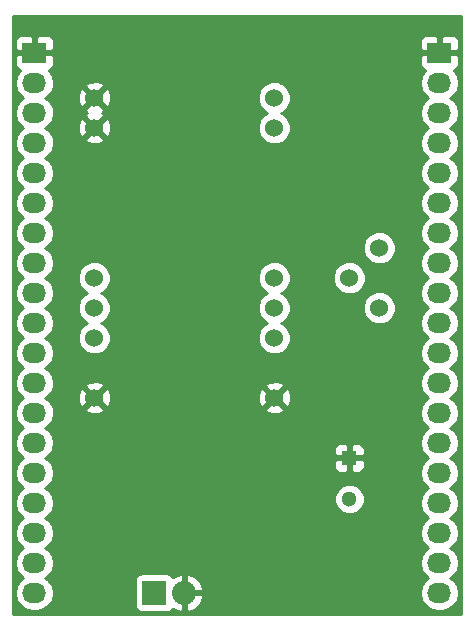
<source format=gbr>
G04 #@! TF.FileFunction,Copper,L2,Bot,Signal*
%FSLAX46Y46*%
G04 Gerber Fmt 4.6, Leading zero omitted, Abs format (unit mm)*
G04 Created by KiCad (PCBNEW 4.0.3+e1-6302~38~ubuntu16.04.1-stable) date Fri Aug 26 16:59:27 2016*
%MOMM*%
%LPD*%
G01*
G04 APERTURE LIST*
%ADD10C,0.100000*%
%ADD11R,2.032000X2.032000*%
%ADD12O,2.032000X2.032000*%
%ADD13C,1.524000*%
%ADD14R,2.032000X1.727200*%
%ADD15O,2.032000X1.727200*%
%ADD16C,1.300000*%
%ADD17R,1.300000X1.300000*%
%ADD18C,0.254000*%
G04 APERTURE END LIST*
D10*
D11*
X69850000Y-100330000D03*
D12*
X72390000Y-100330000D03*
D13*
X86360000Y-73660000D03*
X88900000Y-71120000D03*
X88900000Y-76200000D03*
X64770000Y-58420000D03*
X64770000Y-60960000D03*
X64770000Y-73660000D03*
X64770000Y-76200000D03*
X64770000Y-78740000D03*
X64770000Y-83820000D03*
X80010000Y-83820000D03*
X80010000Y-78740000D03*
X80010000Y-76200000D03*
X80010000Y-73660000D03*
X80010000Y-60960000D03*
X80010000Y-58420000D03*
D14*
X59690000Y-54610000D03*
D15*
X59690000Y-57150000D03*
X59690000Y-59690000D03*
X59690000Y-62230000D03*
X59690000Y-64770000D03*
X59690000Y-67310000D03*
X59690000Y-69850000D03*
X59690000Y-72390000D03*
X59690000Y-74930000D03*
X59690000Y-77470000D03*
X59690000Y-80010000D03*
X59690000Y-82550000D03*
X59690000Y-85090000D03*
X59690000Y-87630000D03*
X59690000Y-90170000D03*
X59690000Y-92710000D03*
X59690000Y-95250000D03*
X59690000Y-97790000D03*
X59690000Y-100330000D03*
D14*
X93980000Y-54610000D03*
D15*
X93980000Y-57150000D03*
X93980000Y-59690000D03*
X93980000Y-62230000D03*
X93980000Y-64770000D03*
X93980000Y-67310000D03*
X93980000Y-69850000D03*
X93980000Y-72390000D03*
X93980000Y-74930000D03*
X93980000Y-77470000D03*
X93980000Y-80010000D03*
X93980000Y-82550000D03*
X93980000Y-85090000D03*
X93980000Y-87630000D03*
X93980000Y-90170000D03*
X93980000Y-92710000D03*
X93980000Y-95250000D03*
X93980000Y-97790000D03*
X93980000Y-100330000D03*
D16*
X86360000Y-92400000D03*
D17*
X86360000Y-88900000D03*
D18*
G36*
X95810000Y-102160000D02*
X57860000Y-102160000D01*
X57860000Y-57150000D01*
X58006655Y-57150000D01*
X58120729Y-57723489D01*
X58445585Y-58209670D01*
X58760366Y-58420000D01*
X58445585Y-58630330D01*
X58120729Y-59116511D01*
X58006655Y-59690000D01*
X58120729Y-60263489D01*
X58445585Y-60749670D01*
X58760366Y-60960000D01*
X58445585Y-61170330D01*
X58120729Y-61656511D01*
X58006655Y-62230000D01*
X58120729Y-62803489D01*
X58445585Y-63289670D01*
X58760366Y-63500000D01*
X58445585Y-63710330D01*
X58120729Y-64196511D01*
X58006655Y-64770000D01*
X58120729Y-65343489D01*
X58445585Y-65829670D01*
X58760366Y-66040000D01*
X58445585Y-66250330D01*
X58120729Y-66736511D01*
X58006655Y-67310000D01*
X58120729Y-67883489D01*
X58445585Y-68369670D01*
X58760366Y-68580000D01*
X58445585Y-68790330D01*
X58120729Y-69276511D01*
X58006655Y-69850000D01*
X58120729Y-70423489D01*
X58445585Y-70909670D01*
X58760366Y-71120000D01*
X58445585Y-71330330D01*
X58120729Y-71816511D01*
X58006655Y-72390000D01*
X58120729Y-72963489D01*
X58445585Y-73449670D01*
X58760366Y-73660000D01*
X58445585Y-73870330D01*
X58120729Y-74356511D01*
X58006655Y-74930000D01*
X58120729Y-75503489D01*
X58445585Y-75989670D01*
X58760366Y-76200000D01*
X58445585Y-76410330D01*
X58120729Y-76896511D01*
X58006655Y-77470000D01*
X58120729Y-78043489D01*
X58445585Y-78529670D01*
X58760366Y-78740000D01*
X58445585Y-78950330D01*
X58120729Y-79436511D01*
X58006655Y-80010000D01*
X58120729Y-80583489D01*
X58445585Y-81069670D01*
X58760366Y-81280000D01*
X58445585Y-81490330D01*
X58120729Y-81976511D01*
X58006655Y-82550000D01*
X58120729Y-83123489D01*
X58445585Y-83609670D01*
X58760366Y-83820000D01*
X58445585Y-84030330D01*
X58120729Y-84516511D01*
X58006655Y-85090000D01*
X58120729Y-85663489D01*
X58445585Y-86149670D01*
X58760366Y-86360000D01*
X58445585Y-86570330D01*
X58120729Y-87056511D01*
X58006655Y-87630000D01*
X58120729Y-88203489D01*
X58445585Y-88689670D01*
X58760366Y-88900000D01*
X58445585Y-89110330D01*
X58120729Y-89596511D01*
X58006655Y-90170000D01*
X58120729Y-90743489D01*
X58445585Y-91229670D01*
X58760366Y-91440000D01*
X58445585Y-91650330D01*
X58120729Y-92136511D01*
X58006655Y-92710000D01*
X58120729Y-93283489D01*
X58445585Y-93769670D01*
X58760366Y-93980000D01*
X58445585Y-94190330D01*
X58120729Y-94676511D01*
X58006655Y-95250000D01*
X58120729Y-95823489D01*
X58445585Y-96309670D01*
X58760366Y-96520000D01*
X58445585Y-96730330D01*
X58120729Y-97216511D01*
X58006655Y-97790000D01*
X58120729Y-98363489D01*
X58445585Y-98849670D01*
X58760366Y-99060000D01*
X58445585Y-99270330D01*
X58120729Y-99756511D01*
X58006655Y-100330000D01*
X58120729Y-100903489D01*
X58445585Y-101389670D01*
X58931766Y-101714526D01*
X59505255Y-101828600D01*
X59874745Y-101828600D01*
X60448234Y-101714526D01*
X60934415Y-101389670D01*
X61259271Y-100903489D01*
X61373345Y-100330000D01*
X61259271Y-99756511D01*
X60963595Y-99314000D01*
X68186560Y-99314000D01*
X68186560Y-101346000D01*
X68230838Y-101581317D01*
X68369910Y-101797441D01*
X68582110Y-101942431D01*
X68834000Y-101993440D01*
X70866000Y-101993440D01*
X71101317Y-101949162D01*
X71317441Y-101810090D01*
X71417856Y-101663128D01*
X71421621Y-101667188D01*
X72007054Y-101935983D01*
X72263000Y-101817367D01*
X72263000Y-100457000D01*
X72517000Y-100457000D01*
X72517000Y-101817367D01*
X72772946Y-101935983D01*
X73358379Y-101667188D01*
X73796385Y-101194818D01*
X73995975Y-100712944D01*
X73876836Y-100457000D01*
X72517000Y-100457000D01*
X72263000Y-100457000D01*
X72243000Y-100457000D01*
X72243000Y-100203000D01*
X72263000Y-100203000D01*
X72263000Y-98842633D01*
X72517000Y-98842633D01*
X72517000Y-100203000D01*
X73876836Y-100203000D01*
X73995975Y-99947056D01*
X73796385Y-99465182D01*
X73358379Y-98992812D01*
X72772946Y-98724017D01*
X72517000Y-98842633D01*
X72263000Y-98842633D01*
X72007054Y-98724017D01*
X71421621Y-98992812D01*
X71417066Y-98997724D01*
X71330090Y-98862559D01*
X71117890Y-98717569D01*
X70866000Y-98666560D01*
X68834000Y-98666560D01*
X68598683Y-98710838D01*
X68382559Y-98849910D01*
X68237569Y-99062110D01*
X68186560Y-99314000D01*
X60963595Y-99314000D01*
X60934415Y-99270330D01*
X60619634Y-99060000D01*
X60934415Y-98849670D01*
X61259271Y-98363489D01*
X61373345Y-97790000D01*
X61259271Y-97216511D01*
X60934415Y-96730330D01*
X60619634Y-96520000D01*
X60934415Y-96309670D01*
X61259271Y-95823489D01*
X61373345Y-95250000D01*
X61259271Y-94676511D01*
X60934415Y-94190330D01*
X60619634Y-93980000D01*
X60934415Y-93769670D01*
X61259271Y-93283489D01*
X61373345Y-92710000D01*
X61362302Y-92654481D01*
X85074777Y-92654481D01*
X85269995Y-93126943D01*
X85631155Y-93488735D01*
X86103276Y-93684777D01*
X86614481Y-93685223D01*
X87086943Y-93490005D01*
X87448735Y-93128845D01*
X87644777Y-92656724D01*
X87645223Y-92145519D01*
X87450005Y-91673057D01*
X87088845Y-91311265D01*
X86616724Y-91115223D01*
X86105519Y-91114777D01*
X85633057Y-91309995D01*
X85271265Y-91671155D01*
X85075223Y-92143276D01*
X85074777Y-92654481D01*
X61362302Y-92654481D01*
X61259271Y-92136511D01*
X60934415Y-91650330D01*
X60619634Y-91440000D01*
X60934415Y-91229670D01*
X61259271Y-90743489D01*
X61373345Y-90170000D01*
X61259271Y-89596511D01*
X60984810Y-89185750D01*
X85075000Y-89185750D01*
X85075000Y-89676309D01*
X85171673Y-89909698D01*
X85350301Y-90088327D01*
X85583690Y-90185000D01*
X86074250Y-90185000D01*
X86233000Y-90026250D01*
X86233000Y-89027000D01*
X86487000Y-89027000D01*
X86487000Y-90026250D01*
X86645750Y-90185000D01*
X87136310Y-90185000D01*
X87369699Y-90088327D01*
X87548327Y-89909698D01*
X87645000Y-89676309D01*
X87645000Y-89185750D01*
X87486250Y-89027000D01*
X86487000Y-89027000D01*
X86233000Y-89027000D01*
X85233750Y-89027000D01*
X85075000Y-89185750D01*
X60984810Y-89185750D01*
X60934415Y-89110330D01*
X60619634Y-88900000D01*
X60934415Y-88689670D01*
X61259271Y-88203489D01*
X61275143Y-88123691D01*
X85075000Y-88123691D01*
X85075000Y-88614250D01*
X85233750Y-88773000D01*
X86233000Y-88773000D01*
X86233000Y-87773750D01*
X86487000Y-87773750D01*
X86487000Y-88773000D01*
X87486250Y-88773000D01*
X87645000Y-88614250D01*
X87645000Y-88123691D01*
X87548327Y-87890302D01*
X87369699Y-87711673D01*
X87136310Y-87615000D01*
X86645750Y-87615000D01*
X86487000Y-87773750D01*
X86233000Y-87773750D01*
X86074250Y-87615000D01*
X85583690Y-87615000D01*
X85350301Y-87711673D01*
X85171673Y-87890302D01*
X85075000Y-88123691D01*
X61275143Y-88123691D01*
X61373345Y-87630000D01*
X61259271Y-87056511D01*
X60934415Y-86570330D01*
X60619634Y-86360000D01*
X60934415Y-86149670D01*
X61259271Y-85663489D01*
X61373345Y-85090000D01*
X61315703Y-84800213D01*
X63969392Y-84800213D01*
X64038857Y-85042397D01*
X64562302Y-85229144D01*
X65117368Y-85201362D01*
X65501143Y-85042397D01*
X65570608Y-84800213D01*
X79209392Y-84800213D01*
X79278857Y-85042397D01*
X79802302Y-85229144D01*
X80357368Y-85201362D01*
X80741143Y-85042397D01*
X80810608Y-84800213D01*
X80010000Y-83999605D01*
X79209392Y-84800213D01*
X65570608Y-84800213D01*
X64770000Y-83999605D01*
X63969392Y-84800213D01*
X61315703Y-84800213D01*
X61259271Y-84516511D01*
X60934415Y-84030330D01*
X60619634Y-83820000D01*
X60930475Y-83612302D01*
X63360856Y-83612302D01*
X63388638Y-84167368D01*
X63547603Y-84551143D01*
X63789787Y-84620608D01*
X64590395Y-83820000D01*
X64949605Y-83820000D01*
X65750213Y-84620608D01*
X65992397Y-84551143D01*
X66179144Y-84027698D01*
X66158353Y-83612302D01*
X78600856Y-83612302D01*
X78628638Y-84167368D01*
X78787603Y-84551143D01*
X79029787Y-84620608D01*
X79830395Y-83820000D01*
X80189605Y-83820000D01*
X80990213Y-84620608D01*
X81232397Y-84551143D01*
X81419144Y-84027698D01*
X81391362Y-83472632D01*
X81232397Y-83088857D01*
X80990213Y-83019392D01*
X80189605Y-83820000D01*
X79830395Y-83820000D01*
X79029787Y-83019392D01*
X78787603Y-83088857D01*
X78600856Y-83612302D01*
X66158353Y-83612302D01*
X66151362Y-83472632D01*
X65992397Y-83088857D01*
X65750213Y-83019392D01*
X64949605Y-83820000D01*
X64590395Y-83820000D01*
X63789787Y-83019392D01*
X63547603Y-83088857D01*
X63360856Y-83612302D01*
X60930475Y-83612302D01*
X60934415Y-83609670D01*
X61259271Y-83123489D01*
X61315702Y-82839787D01*
X63969392Y-82839787D01*
X64770000Y-83640395D01*
X65570608Y-82839787D01*
X79209392Y-82839787D01*
X80010000Y-83640395D01*
X80810608Y-82839787D01*
X80741143Y-82597603D01*
X80217698Y-82410856D01*
X79662632Y-82438638D01*
X79278857Y-82597603D01*
X79209392Y-82839787D01*
X65570608Y-82839787D01*
X65501143Y-82597603D01*
X64977698Y-82410856D01*
X64422632Y-82438638D01*
X64038857Y-82597603D01*
X63969392Y-82839787D01*
X61315702Y-82839787D01*
X61373345Y-82550000D01*
X61259271Y-81976511D01*
X60934415Y-81490330D01*
X60619634Y-81280000D01*
X60934415Y-81069670D01*
X61259271Y-80583489D01*
X61373345Y-80010000D01*
X61259271Y-79436511D01*
X60934415Y-78950330D01*
X60619634Y-78740000D01*
X60934415Y-78529670D01*
X61259271Y-78043489D01*
X61373345Y-77470000D01*
X61259271Y-76896511D01*
X60934415Y-76410330D01*
X60619634Y-76200000D01*
X60934415Y-75989670D01*
X61259271Y-75503489D01*
X61373345Y-74930000D01*
X61259271Y-74356511D01*
X60978736Y-73936661D01*
X63372758Y-73936661D01*
X63584990Y-74450303D01*
X63977630Y-74843629D01*
X64185512Y-74929949D01*
X63979697Y-75014990D01*
X63586371Y-75407630D01*
X63373243Y-75920900D01*
X63372758Y-76476661D01*
X63584990Y-76990303D01*
X63977630Y-77383629D01*
X64185512Y-77469949D01*
X63979697Y-77554990D01*
X63586371Y-77947630D01*
X63373243Y-78460900D01*
X63372758Y-79016661D01*
X63584990Y-79530303D01*
X63977630Y-79923629D01*
X64490900Y-80136757D01*
X65046661Y-80137242D01*
X65560303Y-79925010D01*
X65953629Y-79532370D01*
X66166757Y-79019100D01*
X66167242Y-78463339D01*
X65955010Y-77949697D01*
X65562370Y-77556371D01*
X65354488Y-77470051D01*
X65560303Y-77385010D01*
X65953629Y-76992370D01*
X66166757Y-76479100D01*
X66167242Y-75923339D01*
X65955010Y-75409697D01*
X65562370Y-75016371D01*
X65354488Y-74930051D01*
X65560303Y-74845010D01*
X65953629Y-74452370D01*
X66166757Y-73939100D01*
X66166759Y-73936661D01*
X78612758Y-73936661D01*
X78824990Y-74450303D01*
X79217630Y-74843629D01*
X79425512Y-74929949D01*
X79219697Y-75014990D01*
X78826371Y-75407630D01*
X78613243Y-75920900D01*
X78612758Y-76476661D01*
X78824990Y-76990303D01*
X79217630Y-77383629D01*
X79425512Y-77469949D01*
X79219697Y-77554990D01*
X78826371Y-77947630D01*
X78613243Y-78460900D01*
X78612758Y-79016661D01*
X78824990Y-79530303D01*
X79217630Y-79923629D01*
X79730900Y-80136757D01*
X80286661Y-80137242D01*
X80800303Y-79925010D01*
X81193629Y-79532370D01*
X81406757Y-79019100D01*
X81407242Y-78463339D01*
X81195010Y-77949697D01*
X80802370Y-77556371D01*
X80594488Y-77470051D01*
X80800303Y-77385010D01*
X81193629Y-76992370D01*
X81406757Y-76479100D01*
X81406759Y-76476661D01*
X87502758Y-76476661D01*
X87714990Y-76990303D01*
X88107630Y-77383629D01*
X88620900Y-77596757D01*
X89176661Y-77597242D01*
X89690303Y-77385010D01*
X90083629Y-76992370D01*
X90296757Y-76479100D01*
X90297242Y-75923339D01*
X90085010Y-75409697D01*
X89692370Y-75016371D01*
X89179100Y-74803243D01*
X88623339Y-74802758D01*
X88109697Y-75014990D01*
X87716371Y-75407630D01*
X87503243Y-75920900D01*
X87502758Y-76476661D01*
X81406759Y-76476661D01*
X81407242Y-75923339D01*
X81195010Y-75409697D01*
X80802370Y-75016371D01*
X80594488Y-74930051D01*
X80800303Y-74845010D01*
X81193629Y-74452370D01*
X81406757Y-73939100D01*
X81406759Y-73936661D01*
X84962758Y-73936661D01*
X85174990Y-74450303D01*
X85567630Y-74843629D01*
X86080900Y-75056757D01*
X86636661Y-75057242D01*
X87150303Y-74845010D01*
X87543629Y-74452370D01*
X87756757Y-73939100D01*
X87757242Y-73383339D01*
X87545010Y-72869697D01*
X87152370Y-72476371D01*
X86639100Y-72263243D01*
X86083339Y-72262758D01*
X85569697Y-72474990D01*
X85176371Y-72867630D01*
X84963243Y-73380900D01*
X84962758Y-73936661D01*
X81406759Y-73936661D01*
X81407242Y-73383339D01*
X81195010Y-72869697D01*
X80802370Y-72476371D01*
X80289100Y-72263243D01*
X79733339Y-72262758D01*
X79219697Y-72474990D01*
X78826371Y-72867630D01*
X78613243Y-73380900D01*
X78612758Y-73936661D01*
X66166759Y-73936661D01*
X66167242Y-73383339D01*
X65955010Y-72869697D01*
X65562370Y-72476371D01*
X65049100Y-72263243D01*
X64493339Y-72262758D01*
X63979697Y-72474990D01*
X63586371Y-72867630D01*
X63373243Y-73380900D01*
X63372758Y-73936661D01*
X60978736Y-73936661D01*
X60934415Y-73870330D01*
X60619634Y-73660000D01*
X60934415Y-73449670D01*
X61259271Y-72963489D01*
X61373345Y-72390000D01*
X61259271Y-71816511D01*
X60978736Y-71396661D01*
X87502758Y-71396661D01*
X87714990Y-71910303D01*
X88107630Y-72303629D01*
X88620900Y-72516757D01*
X89176661Y-72517242D01*
X89690303Y-72305010D01*
X90083629Y-71912370D01*
X90296757Y-71399100D01*
X90297242Y-70843339D01*
X90085010Y-70329697D01*
X89692370Y-69936371D01*
X89179100Y-69723243D01*
X88623339Y-69722758D01*
X88109697Y-69934990D01*
X87716371Y-70327630D01*
X87503243Y-70840900D01*
X87502758Y-71396661D01*
X60978736Y-71396661D01*
X60934415Y-71330330D01*
X60619634Y-71120000D01*
X60934415Y-70909670D01*
X61259271Y-70423489D01*
X61373345Y-69850000D01*
X61259271Y-69276511D01*
X60934415Y-68790330D01*
X60619634Y-68580000D01*
X60934415Y-68369670D01*
X61259271Y-67883489D01*
X61373345Y-67310000D01*
X61259271Y-66736511D01*
X60934415Y-66250330D01*
X60619634Y-66040000D01*
X60934415Y-65829670D01*
X61259271Y-65343489D01*
X61373345Y-64770000D01*
X61259271Y-64196511D01*
X60934415Y-63710330D01*
X60619634Y-63500000D01*
X60934415Y-63289670D01*
X61259271Y-62803489D01*
X61373345Y-62230000D01*
X61315703Y-61940213D01*
X63969392Y-61940213D01*
X64038857Y-62182397D01*
X64562302Y-62369144D01*
X65117368Y-62341362D01*
X65501143Y-62182397D01*
X65570608Y-61940213D01*
X64770000Y-61139605D01*
X63969392Y-61940213D01*
X61315703Y-61940213D01*
X61259271Y-61656511D01*
X60934415Y-61170330D01*
X60619634Y-60960000D01*
X60930475Y-60752302D01*
X63360856Y-60752302D01*
X63388638Y-61307368D01*
X63547603Y-61691143D01*
X63789787Y-61760608D01*
X64590395Y-60960000D01*
X64949605Y-60960000D01*
X65750213Y-61760608D01*
X65992397Y-61691143D01*
X66179144Y-61167698D01*
X66151362Y-60612632D01*
X65992397Y-60228857D01*
X65750213Y-60159392D01*
X64949605Y-60960000D01*
X64590395Y-60960000D01*
X63789787Y-60159392D01*
X63547603Y-60228857D01*
X63360856Y-60752302D01*
X60930475Y-60752302D01*
X60934415Y-60749670D01*
X61259271Y-60263489D01*
X61373345Y-59690000D01*
X61315703Y-59400213D01*
X63969392Y-59400213D01*
X64038857Y-59642397D01*
X64162344Y-59686453D01*
X64038857Y-59737603D01*
X63969392Y-59979787D01*
X64770000Y-60780395D01*
X65570608Y-59979787D01*
X65501143Y-59737603D01*
X65377656Y-59693547D01*
X65501143Y-59642397D01*
X65570608Y-59400213D01*
X64770000Y-58599605D01*
X63969392Y-59400213D01*
X61315703Y-59400213D01*
X61259271Y-59116511D01*
X60934415Y-58630330D01*
X60619634Y-58420000D01*
X60930475Y-58212302D01*
X63360856Y-58212302D01*
X63388638Y-58767368D01*
X63547603Y-59151143D01*
X63789787Y-59220608D01*
X64590395Y-58420000D01*
X64949605Y-58420000D01*
X65750213Y-59220608D01*
X65992397Y-59151143D01*
X66154540Y-58696661D01*
X78612758Y-58696661D01*
X78824990Y-59210303D01*
X79217630Y-59603629D01*
X79425512Y-59689949D01*
X79219697Y-59774990D01*
X78826371Y-60167630D01*
X78613243Y-60680900D01*
X78612758Y-61236661D01*
X78824990Y-61750303D01*
X79217630Y-62143629D01*
X79730900Y-62356757D01*
X80286661Y-62357242D01*
X80800303Y-62145010D01*
X81193629Y-61752370D01*
X81406757Y-61239100D01*
X81407242Y-60683339D01*
X81195010Y-60169697D01*
X80802370Y-59776371D01*
X80594488Y-59690051D01*
X80800303Y-59605010D01*
X81193629Y-59212370D01*
X81406757Y-58699100D01*
X81407242Y-58143339D01*
X81195010Y-57629697D01*
X80802370Y-57236371D01*
X80594366Y-57150000D01*
X92296655Y-57150000D01*
X92410729Y-57723489D01*
X92735585Y-58209670D01*
X93050366Y-58420000D01*
X92735585Y-58630330D01*
X92410729Y-59116511D01*
X92296655Y-59690000D01*
X92410729Y-60263489D01*
X92735585Y-60749670D01*
X93050366Y-60960000D01*
X92735585Y-61170330D01*
X92410729Y-61656511D01*
X92296655Y-62230000D01*
X92410729Y-62803489D01*
X92735585Y-63289670D01*
X93050366Y-63500000D01*
X92735585Y-63710330D01*
X92410729Y-64196511D01*
X92296655Y-64770000D01*
X92410729Y-65343489D01*
X92735585Y-65829670D01*
X93050366Y-66040000D01*
X92735585Y-66250330D01*
X92410729Y-66736511D01*
X92296655Y-67310000D01*
X92410729Y-67883489D01*
X92735585Y-68369670D01*
X93050366Y-68580000D01*
X92735585Y-68790330D01*
X92410729Y-69276511D01*
X92296655Y-69850000D01*
X92410729Y-70423489D01*
X92735585Y-70909670D01*
X93050366Y-71120000D01*
X92735585Y-71330330D01*
X92410729Y-71816511D01*
X92296655Y-72390000D01*
X92410729Y-72963489D01*
X92735585Y-73449670D01*
X93050366Y-73660000D01*
X92735585Y-73870330D01*
X92410729Y-74356511D01*
X92296655Y-74930000D01*
X92410729Y-75503489D01*
X92735585Y-75989670D01*
X93050366Y-76200000D01*
X92735585Y-76410330D01*
X92410729Y-76896511D01*
X92296655Y-77470000D01*
X92410729Y-78043489D01*
X92735585Y-78529670D01*
X93050366Y-78740000D01*
X92735585Y-78950330D01*
X92410729Y-79436511D01*
X92296655Y-80010000D01*
X92410729Y-80583489D01*
X92735585Y-81069670D01*
X93050366Y-81280000D01*
X92735585Y-81490330D01*
X92410729Y-81976511D01*
X92296655Y-82550000D01*
X92410729Y-83123489D01*
X92735585Y-83609670D01*
X93050366Y-83820000D01*
X92735585Y-84030330D01*
X92410729Y-84516511D01*
X92296655Y-85090000D01*
X92410729Y-85663489D01*
X92735585Y-86149670D01*
X93050366Y-86360000D01*
X92735585Y-86570330D01*
X92410729Y-87056511D01*
X92296655Y-87630000D01*
X92410729Y-88203489D01*
X92735585Y-88689670D01*
X93050366Y-88900000D01*
X92735585Y-89110330D01*
X92410729Y-89596511D01*
X92296655Y-90170000D01*
X92410729Y-90743489D01*
X92735585Y-91229670D01*
X93050366Y-91440000D01*
X92735585Y-91650330D01*
X92410729Y-92136511D01*
X92296655Y-92710000D01*
X92410729Y-93283489D01*
X92735585Y-93769670D01*
X93050366Y-93980000D01*
X92735585Y-94190330D01*
X92410729Y-94676511D01*
X92296655Y-95250000D01*
X92410729Y-95823489D01*
X92735585Y-96309670D01*
X93050366Y-96520000D01*
X92735585Y-96730330D01*
X92410729Y-97216511D01*
X92296655Y-97790000D01*
X92410729Y-98363489D01*
X92735585Y-98849670D01*
X93050366Y-99060000D01*
X92735585Y-99270330D01*
X92410729Y-99756511D01*
X92296655Y-100330000D01*
X92410729Y-100903489D01*
X92735585Y-101389670D01*
X93221766Y-101714526D01*
X93795255Y-101828600D01*
X94164745Y-101828600D01*
X94738234Y-101714526D01*
X95224415Y-101389670D01*
X95549271Y-100903489D01*
X95663345Y-100330000D01*
X95549271Y-99756511D01*
X95224415Y-99270330D01*
X94909634Y-99060000D01*
X95224415Y-98849670D01*
X95549271Y-98363489D01*
X95663345Y-97790000D01*
X95549271Y-97216511D01*
X95224415Y-96730330D01*
X94909634Y-96520000D01*
X95224415Y-96309670D01*
X95549271Y-95823489D01*
X95663345Y-95250000D01*
X95549271Y-94676511D01*
X95224415Y-94190330D01*
X94909634Y-93980000D01*
X95224415Y-93769670D01*
X95549271Y-93283489D01*
X95663345Y-92710000D01*
X95549271Y-92136511D01*
X95224415Y-91650330D01*
X94909634Y-91440000D01*
X95224415Y-91229670D01*
X95549271Y-90743489D01*
X95663345Y-90170000D01*
X95549271Y-89596511D01*
X95224415Y-89110330D01*
X94909634Y-88900000D01*
X95224415Y-88689670D01*
X95549271Y-88203489D01*
X95663345Y-87630000D01*
X95549271Y-87056511D01*
X95224415Y-86570330D01*
X94909634Y-86360000D01*
X95224415Y-86149670D01*
X95549271Y-85663489D01*
X95663345Y-85090000D01*
X95549271Y-84516511D01*
X95224415Y-84030330D01*
X94909634Y-83820000D01*
X95224415Y-83609670D01*
X95549271Y-83123489D01*
X95663345Y-82550000D01*
X95549271Y-81976511D01*
X95224415Y-81490330D01*
X94909634Y-81280000D01*
X95224415Y-81069670D01*
X95549271Y-80583489D01*
X95663345Y-80010000D01*
X95549271Y-79436511D01*
X95224415Y-78950330D01*
X94909634Y-78740000D01*
X95224415Y-78529670D01*
X95549271Y-78043489D01*
X95663345Y-77470000D01*
X95549271Y-76896511D01*
X95224415Y-76410330D01*
X94909634Y-76200000D01*
X95224415Y-75989670D01*
X95549271Y-75503489D01*
X95663345Y-74930000D01*
X95549271Y-74356511D01*
X95224415Y-73870330D01*
X94909634Y-73660000D01*
X95224415Y-73449670D01*
X95549271Y-72963489D01*
X95663345Y-72390000D01*
X95549271Y-71816511D01*
X95224415Y-71330330D01*
X94909634Y-71120000D01*
X95224415Y-70909670D01*
X95549271Y-70423489D01*
X95663345Y-69850000D01*
X95549271Y-69276511D01*
X95224415Y-68790330D01*
X94909634Y-68580000D01*
X95224415Y-68369670D01*
X95549271Y-67883489D01*
X95663345Y-67310000D01*
X95549271Y-66736511D01*
X95224415Y-66250330D01*
X94909634Y-66040000D01*
X95224415Y-65829670D01*
X95549271Y-65343489D01*
X95663345Y-64770000D01*
X95549271Y-64196511D01*
X95224415Y-63710330D01*
X94909634Y-63500000D01*
X95224415Y-63289670D01*
X95549271Y-62803489D01*
X95663345Y-62230000D01*
X95549271Y-61656511D01*
X95224415Y-61170330D01*
X94909634Y-60960000D01*
X95224415Y-60749670D01*
X95549271Y-60263489D01*
X95663345Y-59690000D01*
X95549271Y-59116511D01*
X95224415Y-58630330D01*
X94909634Y-58420000D01*
X95224415Y-58209670D01*
X95549271Y-57723489D01*
X95663345Y-57150000D01*
X95549271Y-56576511D01*
X95224415Y-56090330D01*
X95202220Y-56075500D01*
X95355699Y-56011927D01*
X95534327Y-55833298D01*
X95631000Y-55599909D01*
X95631000Y-54895750D01*
X95472250Y-54737000D01*
X94107000Y-54737000D01*
X94107000Y-54757000D01*
X93853000Y-54757000D01*
X93853000Y-54737000D01*
X92487750Y-54737000D01*
X92329000Y-54895750D01*
X92329000Y-55599909D01*
X92425673Y-55833298D01*
X92604301Y-56011927D01*
X92757780Y-56075500D01*
X92735585Y-56090330D01*
X92410729Y-56576511D01*
X92296655Y-57150000D01*
X80594366Y-57150000D01*
X80289100Y-57023243D01*
X79733339Y-57022758D01*
X79219697Y-57234990D01*
X78826371Y-57627630D01*
X78613243Y-58140900D01*
X78612758Y-58696661D01*
X66154540Y-58696661D01*
X66179144Y-58627698D01*
X66151362Y-58072632D01*
X65992397Y-57688857D01*
X65750213Y-57619392D01*
X64949605Y-58420000D01*
X64590395Y-58420000D01*
X63789787Y-57619392D01*
X63547603Y-57688857D01*
X63360856Y-58212302D01*
X60930475Y-58212302D01*
X60934415Y-58209670D01*
X61259271Y-57723489D01*
X61315702Y-57439787D01*
X63969392Y-57439787D01*
X64770000Y-58240395D01*
X65570608Y-57439787D01*
X65501143Y-57197603D01*
X64977698Y-57010856D01*
X64422632Y-57038638D01*
X64038857Y-57197603D01*
X63969392Y-57439787D01*
X61315702Y-57439787D01*
X61373345Y-57150000D01*
X61259271Y-56576511D01*
X60934415Y-56090330D01*
X60912220Y-56075500D01*
X61065699Y-56011927D01*
X61244327Y-55833298D01*
X61341000Y-55599909D01*
X61341000Y-54895750D01*
X61182250Y-54737000D01*
X59817000Y-54737000D01*
X59817000Y-54757000D01*
X59563000Y-54757000D01*
X59563000Y-54737000D01*
X58197750Y-54737000D01*
X58039000Y-54895750D01*
X58039000Y-55599909D01*
X58135673Y-55833298D01*
X58314301Y-56011927D01*
X58467780Y-56075500D01*
X58445585Y-56090330D01*
X58120729Y-56576511D01*
X58006655Y-57150000D01*
X57860000Y-57150000D01*
X57860000Y-53620091D01*
X58039000Y-53620091D01*
X58039000Y-54324250D01*
X58197750Y-54483000D01*
X59563000Y-54483000D01*
X59563000Y-53270150D01*
X59817000Y-53270150D01*
X59817000Y-54483000D01*
X61182250Y-54483000D01*
X61341000Y-54324250D01*
X61341000Y-53620091D01*
X92329000Y-53620091D01*
X92329000Y-54324250D01*
X92487750Y-54483000D01*
X93853000Y-54483000D01*
X93853000Y-53270150D01*
X94107000Y-53270150D01*
X94107000Y-54483000D01*
X95472250Y-54483000D01*
X95631000Y-54324250D01*
X95631000Y-53620091D01*
X95534327Y-53386702D01*
X95355699Y-53208073D01*
X95122310Y-53111400D01*
X94265750Y-53111400D01*
X94107000Y-53270150D01*
X93853000Y-53270150D01*
X93694250Y-53111400D01*
X92837690Y-53111400D01*
X92604301Y-53208073D01*
X92425673Y-53386702D01*
X92329000Y-53620091D01*
X61341000Y-53620091D01*
X61244327Y-53386702D01*
X61065699Y-53208073D01*
X60832310Y-53111400D01*
X59975750Y-53111400D01*
X59817000Y-53270150D01*
X59563000Y-53270150D01*
X59404250Y-53111400D01*
X58547690Y-53111400D01*
X58314301Y-53208073D01*
X58135673Y-53386702D01*
X58039000Y-53620091D01*
X57860000Y-53620091D01*
X57860000Y-51510000D01*
X95810000Y-51510000D01*
X95810000Y-102160000D01*
X95810000Y-102160000D01*
G37*
X95810000Y-102160000D02*
X57860000Y-102160000D01*
X57860000Y-57150000D01*
X58006655Y-57150000D01*
X58120729Y-57723489D01*
X58445585Y-58209670D01*
X58760366Y-58420000D01*
X58445585Y-58630330D01*
X58120729Y-59116511D01*
X58006655Y-59690000D01*
X58120729Y-60263489D01*
X58445585Y-60749670D01*
X58760366Y-60960000D01*
X58445585Y-61170330D01*
X58120729Y-61656511D01*
X58006655Y-62230000D01*
X58120729Y-62803489D01*
X58445585Y-63289670D01*
X58760366Y-63500000D01*
X58445585Y-63710330D01*
X58120729Y-64196511D01*
X58006655Y-64770000D01*
X58120729Y-65343489D01*
X58445585Y-65829670D01*
X58760366Y-66040000D01*
X58445585Y-66250330D01*
X58120729Y-66736511D01*
X58006655Y-67310000D01*
X58120729Y-67883489D01*
X58445585Y-68369670D01*
X58760366Y-68580000D01*
X58445585Y-68790330D01*
X58120729Y-69276511D01*
X58006655Y-69850000D01*
X58120729Y-70423489D01*
X58445585Y-70909670D01*
X58760366Y-71120000D01*
X58445585Y-71330330D01*
X58120729Y-71816511D01*
X58006655Y-72390000D01*
X58120729Y-72963489D01*
X58445585Y-73449670D01*
X58760366Y-73660000D01*
X58445585Y-73870330D01*
X58120729Y-74356511D01*
X58006655Y-74930000D01*
X58120729Y-75503489D01*
X58445585Y-75989670D01*
X58760366Y-76200000D01*
X58445585Y-76410330D01*
X58120729Y-76896511D01*
X58006655Y-77470000D01*
X58120729Y-78043489D01*
X58445585Y-78529670D01*
X58760366Y-78740000D01*
X58445585Y-78950330D01*
X58120729Y-79436511D01*
X58006655Y-80010000D01*
X58120729Y-80583489D01*
X58445585Y-81069670D01*
X58760366Y-81280000D01*
X58445585Y-81490330D01*
X58120729Y-81976511D01*
X58006655Y-82550000D01*
X58120729Y-83123489D01*
X58445585Y-83609670D01*
X58760366Y-83820000D01*
X58445585Y-84030330D01*
X58120729Y-84516511D01*
X58006655Y-85090000D01*
X58120729Y-85663489D01*
X58445585Y-86149670D01*
X58760366Y-86360000D01*
X58445585Y-86570330D01*
X58120729Y-87056511D01*
X58006655Y-87630000D01*
X58120729Y-88203489D01*
X58445585Y-88689670D01*
X58760366Y-88900000D01*
X58445585Y-89110330D01*
X58120729Y-89596511D01*
X58006655Y-90170000D01*
X58120729Y-90743489D01*
X58445585Y-91229670D01*
X58760366Y-91440000D01*
X58445585Y-91650330D01*
X58120729Y-92136511D01*
X58006655Y-92710000D01*
X58120729Y-93283489D01*
X58445585Y-93769670D01*
X58760366Y-93980000D01*
X58445585Y-94190330D01*
X58120729Y-94676511D01*
X58006655Y-95250000D01*
X58120729Y-95823489D01*
X58445585Y-96309670D01*
X58760366Y-96520000D01*
X58445585Y-96730330D01*
X58120729Y-97216511D01*
X58006655Y-97790000D01*
X58120729Y-98363489D01*
X58445585Y-98849670D01*
X58760366Y-99060000D01*
X58445585Y-99270330D01*
X58120729Y-99756511D01*
X58006655Y-100330000D01*
X58120729Y-100903489D01*
X58445585Y-101389670D01*
X58931766Y-101714526D01*
X59505255Y-101828600D01*
X59874745Y-101828600D01*
X60448234Y-101714526D01*
X60934415Y-101389670D01*
X61259271Y-100903489D01*
X61373345Y-100330000D01*
X61259271Y-99756511D01*
X60963595Y-99314000D01*
X68186560Y-99314000D01*
X68186560Y-101346000D01*
X68230838Y-101581317D01*
X68369910Y-101797441D01*
X68582110Y-101942431D01*
X68834000Y-101993440D01*
X70866000Y-101993440D01*
X71101317Y-101949162D01*
X71317441Y-101810090D01*
X71417856Y-101663128D01*
X71421621Y-101667188D01*
X72007054Y-101935983D01*
X72263000Y-101817367D01*
X72263000Y-100457000D01*
X72517000Y-100457000D01*
X72517000Y-101817367D01*
X72772946Y-101935983D01*
X73358379Y-101667188D01*
X73796385Y-101194818D01*
X73995975Y-100712944D01*
X73876836Y-100457000D01*
X72517000Y-100457000D01*
X72263000Y-100457000D01*
X72243000Y-100457000D01*
X72243000Y-100203000D01*
X72263000Y-100203000D01*
X72263000Y-98842633D01*
X72517000Y-98842633D01*
X72517000Y-100203000D01*
X73876836Y-100203000D01*
X73995975Y-99947056D01*
X73796385Y-99465182D01*
X73358379Y-98992812D01*
X72772946Y-98724017D01*
X72517000Y-98842633D01*
X72263000Y-98842633D01*
X72007054Y-98724017D01*
X71421621Y-98992812D01*
X71417066Y-98997724D01*
X71330090Y-98862559D01*
X71117890Y-98717569D01*
X70866000Y-98666560D01*
X68834000Y-98666560D01*
X68598683Y-98710838D01*
X68382559Y-98849910D01*
X68237569Y-99062110D01*
X68186560Y-99314000D01*
X60963595Y-99314000D01*
X60934415Y-99270330D01*
X60619634Y-99060000D01*
X60934415Y-98849670D01*
X61259271Y-98363489D01*
X61373345Y-97790000D01*
X61259271Y-97216511D01*
X60934415Y-96730330D01*
X60619634Y-96520000D01*
X60934415Y-96309670D01*
X61259271Y-95823489D01*
X61373345Y-95250000D01*
X61259271Y-94676511D01*
X60934415Y-94190330D01*
X60619634Y-93980000D01*
X60934415Y-93769670D01*
X61259271Y-93283489D01*
X61373345Y-92710000D01*
X61362302Y-92654481D01*
X85074777Y-92654481D01*
X85269995Y-93126943D01*
X85631155Y-93488735D01*
X86103276Y-93684777D01*
X86614481Y-93685223D01*
X87086943Y-93490005D01*
X87448735Y-93128845D01*
X87644777Y-92656724D01*
X87645223Y-92145519D01*
X87450005Y-91673057D01*
X87088845Y-91311265D01*
X86616724Y-91115223D01*
X86105519Y-91114777D01*
X85633057Y-91309995D01*
X85271265Y-91671155D01*
X85075223Y-92143276D01*
X85074777Y-92654481D01*
X61362302Y-92654481D01*
X61259271Y-92136511D01*
X60934415Y-91650330D01*
X60619634Y-91440000D01*
X60934415Y-91229670D01*
X61259271Y-90743489D01*
X61373345Y-90170000D01*
X61259271Y-89596511D01*
X60984810Y-89185750D01*
X85075000Y-89185750D01*
X85075000Y-89676309D01*
X85171673Y-89909698D01*
X85350301Y-90088327D01*
X85583690Y-90185000D01*
X86074250Y-90185000D01*
X86233000Y-90026250D01*
X86233000Y-89027000D01*
X86487000Y-89027000D01*
X86487000Y-90026250D01*
X86645750Y-90185000D01*
X87136310Y-90185000D01*
X87369699Y-90088327D01*
X87548327Y-89909698D01*
X87645000Y-89676309D01*
X87645000Y-89185750D01*
X87486250Y-89027000D01*
X86487000Y-89027000D01*
X86233000Y-89027000D01*
X85233750Y-89027000D01*
X85075000Y-89185750D01*
X60984810Y-89185750D01*
X60934415Y-89110330D01*
X60619634Y-88900000D01*
X60934415Y-88689670D01*
X61259271Y-88203489D01*
X61275143Y-88123691D01*
X85075000Y-88123691D01*
X85075000Y-88614250D01*
X85233750Y-88773000D01*
X86233000Y-88773000D01*
X86233000Y-87773750D01*
X86487000Y-87773750D01*
X86487000Y-88773000D01*
X87486250Y-88773000D01*
X87645000Y-88614250D01*
X87645000Y-88123691D01*
X87548327Y-87890302D01*
X87369699Y-87711673D01*
X87136310Y-87615000D01*
X86645750Y-87615000D01*
X86487000Y-87773750D01*
X86233000Y-87773750D01*
X86074250Y-87615000D01*
X85583690Y-87615000D01*
X85350301Y-87711673D01*
X85171673Y-87890302D01*
X85075000Y-88123691D01*
X61275143Y-88123691D01*
X61373345Y-87630000D01*
X61259271Y-87056511D01*
X60934415Y-86570330D01*
X60619634Y-86360000D01*
X60934415Y-86149670D01*
X61259271Y-85663489D01*
X61373345Y-85090000D01*
X61315703Y-84800213D01*
X63969392Y-84800213D01*
X64038857Y-85042397D01*
X64562302Y-85229144D01*
X65117368Y-85201362D01*
X65501143Y-85042397D01*
X65570608Y-84800213D01*
X79209392Y-84800213D01*
X79278857Y-85042397D01*
X79802302Y-85229144D01*
X80357368Y-85201362D01*
X80741143Y-85042397D01*
X80810608Y-84800213D01*
X80010000Y-83999605D01*
X79209392Y-84800213D01*
X65570608Y-84800213D01*
X64770000Y-83999605D01*
X63969392Y-84800213D01*
X61315703Y-84800213D01*
X61259271Y-84516511D01*
X60934415Y-84030330D01*
X60619634Y-83820000D01*
X60930475Y-83612302D01*
X63360856Y-83612302D01*
X63388638Y-84167368D01*
X63547603Y-84551143D01*
X63789787Y-84620608D01*
X64590395Y-83820000D01*
X64949605Y-83820000D01*
X65750213Y-84620608D01*
X65992397Y-84551143D01*
X66179144Y-84027698D01*
X66158353Y-83612302D01*
X78600856Y-83612302D01*
X78628638Y-84167368D01*
X78787603Y-84551143D01*
X79029787Y-84620608D01*
X79830395Y-83820000D01*
X80189605Y-83820000D01*
X80990213Y-84620608D01*
X81232397Y-84551143D01*
X81419144Y-84027698D01*
X81391362Y-83472632D01*
X81232397Y-83088857D01*
X80990213Y-83019392D01*
X80189605Y-83820000D01*
X79830395Y-83820000D01*
X79029787Y-83019392D01*
X78787603Y-83088857D01*
X78600856Y-83612302D01*
X66158353Y-83612302D01*
X66151362Y-83472632D01*
X65992397Y-83088857D01*
X65750213Y-83019392D01*
X64949605Y-83820000D01*
X64590395Y-83820000D01*
X63789787Y-83019392D01*
X63547603Y-83088857D01*
X63360856Y-83612302D01*
X60930475Y-83612302D01*
X60934415Y-83609670D01*
X61259271Y-83123489D01*
X61315702Y-82839787D01*
X63969392Y-82839787D01*
X64770000Y-83640395D01*
X65570608Y-82839787D01*
X79209392Y-82839787D01*
X80010000Y-83640395D01*
X80810608Y-82839787D01*
X80741143Y-82597603D01*
X80217698Y-82410856D01*
X79662632Y-82438638D01*
X79278857Y-82597603D01*
X79209392Y-82839787D01*
X65570608Y-82839787D01*
X65501143Y-82597603D01*
X64977698Y-82410856D01*
X64422632Y-82438638D01*
X64038857Y-82597603D01*
X63969392Y-82839787D01*
X61315702Y-82839787D01*
X61373345Y-82550000D01*
X61259271Y-81976511D01*
X60934415Y-81490330D01*
X60619634Y-81280000D01*
X60934415Y-81069670D01*
X61259271Y-80583489D01*
X61373345Y-80010000D01*
X61259271Y-79436511D01*
X60934415Y-78950330D01*
X60619634Y-78740000D01*
X60934415Y-78529670D01*
X61259271Y-78043489D01*
X61373345Y-77470000D01*
X61259271Y-76896511D01*
X60934415Y-76410330D01*
X60619634Y-76200000D01*
X60934415Y-75989670D01*
X61259271Y-75503489D01*
X61373345Y-74930000D01*
X61259271Y-74356511D01*
X60978736Y-73936661D01*
X63372758Y-73936661D01*
X63584990Y-74450303D01*
X63977630Y-74843629D01*
X64185512Y-74929949D01*
X63979697Y-75014990D01*
X63586371Y-75407630D01*
X63373243Y-75920900D01*
X63372758Y-76476661D01*
X63584990Y-76990303D01*
X63977630Y-77383629D01*
X64185512Y-77469949D01*
X63979697Y-77554990D01*
X63586371Y-77947630D01*
X63373243Y-78460900D01*
X63372758Y-79016661D01*
X63584990Y-79530303D01*
X63977630Y-79923629D01*
X64490900Y-80136757D01*
X65046661Y-80137242D01*
X65560303Y-79925010D01*
X65953629Y-79532370D01*
X66166757Y-79019100D01*
X66167242Y-78463339D01*
X65955010Y-77949697D01*
X65562370Y-77556371D01*
X65354488Y-77470051D01*
X65560303Y-77385010D01*
X65953629Y-76992370D01*
X66166757Y-76479100D01*
X66167242Y-75923339D01*
X65955010Y-75409697D01*
X65562370Y-75016371D01*
X65354488Y-74930051D01*
X65560303Y-74845010D01*
X65953629Y-74452370D01*
X66166757Y-73939100D01*
X66166759Y-73936661D01*
X78612758Y-73936661D01*
X78824990Y-74450303D01*
X79217630Y-74843629D01*
X79425512Y-74929949D01*
X79219697Y-75014990D01*
X78826371Y-75407630D01*
X78613243Y-75920900D01*
X78612758Y-76476661D01*
X78824990Y-76990303D01*
X79217630Y-77383629D01*
X79425512Y-77469949D01*
X79219697Y-77554990D01*
X78826371Y-77947630D01*
X78613243Y-78460900D01*
X78612758Y-79016661D01*
X78824990Y-79530303D01*
X79217630Y-79923629D01*
X79730900Y-80136757D01*
X80286661Y-80137242D01*
X80800303Y-79925010D01*
X81193629Y-79532370D01*
X81406757Y-79019100D01*
X81407242Y-78463339D01*
X81195010Y-77949697D01*
X80802370Y-77556371D01*
X80594488Y-77470051D01*
X80800303Y-77385010D01*
X81193629Y-76992370D01*
X81406757Y-76479100D01*
X81406759Y-76476661D01*
X87502758Y-76476661D01*
X87714990Y-76990303D01*
X88107630Y-77383629D01*
X88620900Y-77596757D01*
X89176661Y-77597242D01*
X89690303Y-77385010D01*
X90083629Y-76992370D01*
X90296757Y-76479100D01*
X90297242Y-75923339D01*
X90085010Y-75409697D01*
X89692370Y-75016371D01*
X89179100Y-74803243D01*
X88623339Y-74802758D01*
X88109697Y-75014990D01*
X87716371Y-75407630D01*
X87503243Y-75920900D01*
X87502758Y-76476661D01*
X81406759Y-76476661D01*
X81407242Y-75923339D01*
X81195010Y-75409697D01*
X80802370Y-75016371D01*
X80594488Y-74930051D01*
X80800303Y-74845010D01*
X81193629Y-74452370D01*
X81406757Y-73939100D01*
X81406759Y-73936661D01*
X84962758Y-73936661D01*
X85174990Y-74450303D01*
X85567630Y-74843629D01*
X86080900Y-75056757D01*
X86636661Y-75057242D01*
X87150303Y-74845010D01*
X87543629Y-74452370D01*
X87756757Y-73939100D01*
X87757242Y-73383339D01*
X87545010Y-72869697D01*
X87152370Y-72476371D01*
X86639100Y-72263243D01*
X86083339Y-72262758D01*
X85569697Y-72474990D01*
X85176371Y-72867630D01*
X84963243Y-73380900D01*
X84962758Y-73936661D01*
X81406759Y-73936661D01*
X81407242Y-73383339D01*
X81195010Y-72869697D01*
X80802370Y-72476371D01*
X80289100Y-72263243D01*
X79733339Y-72262758D01*
X79219697Y-72474990D01*
X78826371Y-72867630D01*
X78613243Y-73380900D01*
X78612758Y-73936661D01*
X66166759Y-73936661D01*
X66167242Y-73383339D01*
X65955010Y-72869697D01*
X65562370Y-72476371D01*
X65049100Y-72263243D01*
X64493339Y-72262758D01*
X63979697Y-72474990D01*
X63586371Y-72867630D01*
X63373243Y-73380900D01*
X63372758Y-73936661D01*
X60978736Y-73936661D01*
X60934415Y-73870330D01*
X60619634Y-73660000D01*
X60934415Y-73449670D01*
X61259271Y-72963489D01*
X61373345Y-72390000D01*
X61259271Y-71816511D01*
X60978736Y-71396661D01*
X87502758Y-71396661D01*
X87714990Y-71910303D01*
X88107630Y-72303629D01*
X88620900Y-72516757D01*
X89176661Y-72517242D01*
X89690303Y-72305010D01*
X90083629Y-71912370D01*
X90296757Y-71399100D01*
X90297242Y-70843339D01*
X90085010Y-70329697D01*
X89692370Y-69936371D01*
X89179100Y-69723243D01*
X88623339Y-69722758D01*
X88109697Y-69934990D01*
X87716371Y-70327630D01*
X87503243Y-70840900D01*
X87502758Y-71396661D01*
X60978736Y-71396661D01*
X60934415Y-71330330D01*
X60619634Y-71120000D01*
X60934415Y-70909670D01*
X61259271Y-70423489D01*
X61373345Y-69850000D01*
X61259271Y-69276511D01*
X60934415Y-68790330D01*
X60619634Y-68580000D01*
X60934415Y-68369670D01*
X61259271Y-67883489D01*
X61373345Y-67310000D01*
X61259271Y-66736511D01*
X60934415Y-66250330D01*
X60619634Y-66040000D01*
X60934415Y-65829670D01*
X61259271Y-65343489D01*
X61373345Y-64770000D01*
X61259271Y-64196511D01*
X60934415Y-63710330D01*
X60619634Y-63500000D01*
X60934415Y-63289670D01*
X61259271Y-62803489D01*
X61373345Y-62230000D01*
X61315703Y-61940213D01*
X63969392Y-61940213D01*
X64038857Y-62182397D01*
X64562302Y-62369144D01*
X65117368Y-62341362D01*
X65501143Y-62182397D01*
X65570608Y-61940213D01*
X64770000Y-61139605D01*
X63969392Y-61940213D01*
X61315703Y-61940213D01*
X61259271Y-61656511D01*
X60934415Y-61170330D01*
X60619634Y-60960000D01*
X60930475Y-60752302D01*
X63360856Y-60752302D01*
X63388638Y-61307368D01*
X63547603Y-61691143D01*
X63789787Y-61760608D01*
X64590395Y-60960000D01*
X64949605Y-60960000D01*
X65750213Y-61760608D01*
X65992397Y-61691143D01*
X66179144Y-61167698D01*
X66151362Y-60612632D01*
X65992397Y-60228857D01*
X65750213Y-60159392D01*
X64949605Y-60960000D01*
X64590395Y-60960000D01*
X63789787Y-60159392D01*
X63547603Y-60228857D01*
X63360856Y-60752302D01*
X60930475Y-60752302D01*
X60934415Y-60749670D01*
X61259271Y-60263489D01*
X61373345Y-59690000D01*
X61315703Y-59400213D01*
X63969392Y-59400213D01*
X64038857Y-59642397D01*
X64162344Y-59686453D01*
X64038857Y-59737603D01*
X63969392Y-59979787D01*
X64770000Y-60780395D01*
X65570608Y-59979787D01*
X65501143Y-59737603D01*
X65377656Y-59693547D01*
X65501143Y-59642397D01*
X65570608Y-59400213D01*
X64770000Y-58599605D01*
X63969392Y-59400213D01*
X61315703Y-59400213D01*
X61259271Y-59116511D01*
X60934415Y-58630330D01*
X60619634Y-58420000D01*
X60930475Y-58212302D01*
X63360856Y-58212302D01*
X63388638Y-58767368D01*
X63547603Y-59151143D01*
X63789787Y-59220608D01*
X64590395Y-58420000D01*
X64949605Y-58420000D01*
X65750213Y-59220608D01*
X65992397Y-59151143D01*
X66154540Y-58696661D01*
X78612758Y-58696661D01*
X78824990Y-59210303D01*
X79217630Y-59603629D01*
X79425512Y-59689949D01*
X79219697Y-59774990D01*
X78826371Y-60167630D01*
X78613243Y-60680900D01*
X78612758Y-61236661D01*
X78824990Y-61750303D01*
X79217630Y-62143629D01*
X79730900Y-62356757D01*
X80286661Y-62357242D01*
X80800303Y-62145010D01*
X81193629Y-61752370D01*
X81406757Y-61239100D01*
X81407242Y-60683339D01*
X81195010Y-60169697D01*
X80802370Y-59776371D01*
X80594488Y-59690051D01*
X80800303Y-59605010D01*
X81193629Y-59212370D01*
X81406757Y-58699100D01*
X81407242Y-58143339D01*
X81195010Y-57629697D01*
X80802370Y-57236371D01*
X80594366Y-57150000D01*
X92296655Y-57150000D01*
X92410729Y-57723489D01*
X92735585Y-58209670D01*
X93050366Y-58420000D01*
X92735585Y-58630330D01*
X92410729Y-59116511D01*
X92296655Y-59690000D01*
X92410729Y-60263489D01*
X92735585Y-60749670D01*
X93050366Y-60960000D01*
X92735585Y-61170330D01*
X92410729Y-61656511D01*
X92296655Y-62230000D01*
X92410729Y-62803489D01*
X92735585Y-63289670D01*
X93050366Y-63500000D01*
X92735585Y-63710330D01*
X92410729Y-64196511D01*
X92296655Y-64770000D01*
X92410729Y-65343489D01*
X92735585Y-65829670D01*
X93050366Y-66040000D01*
X92735585Y-66250330D01*
X92410729Y-66736511D01*
X92296655Y-67310000D01*
X92410729Y-67883489D01*
X92735585Y-68369670D01*
X93050366Y-68580000D01*
X92735585Y-68790330D01*
X92410729Y-69276511D01*
X92296655Y-69850000D01*
X92410729Y-70423489D01*
X92735585Y-70909670D01*
X93050366Y-71120000D01*
X92735585Y-71330330D01*
X92410729Y-71816511D01*
X92296655Y-72390000D01*
X92410729Y-72963489D01*
X92735585Y-73449670D01*
X93050366Y-73660000D01*
X92735585Y-73870330D01*
X92410729Y-74356511D01*
X92296655Y-74930000D01*
X92410729Y-75503489D01*
X92735585Y-75989670D01*
X93050366Y-76200000D01*
X92735585Y-76410330D01*
X92410729Y-76896511D01*
X92296655Y-77470000D01*
X92410729Y-78043489D01*
X92735585Y-78529670D01*
X93050366Y-78740000D01*
X92735585Y-78950330D01*
X92410729Y-79436511D01*
X92296655Y-80010000D01*
X92410729Y-80583489D01*
X92735585Y-81069670D01*
X93050366Y-81280000D01*
X92735585Y-81490330D01*
X92410729Y-81976511D01*
X92296655Y-82550000D01*
X92410729Y-83123489D01*
X92735585Y-83609670D01*
X93050366Y-83820000D01*
X92735585Y-84030330D01*
X92410729Y-84516511D01*
X92296655Y-85090000D01*
X92410729Y-85663489D01*
X92735585Y-86149670D01*
X93050366Y-86360000D01*
X92735585Y-86570330D01*
X92410729Y-87056511D01*
X92296655Y-87630000D01*
X92410729Y-88203489D01*
X92735585Y-88689670D01*
X93050366Y-88900000D01*
X92735585Y-89110330D01*
X92410729Y-89596511D01*
X92296655Y-90170000D01*
X92410729Y-90743489D01*
X92735585Y-91229670D01*
X93050366Y-91440000D01*
X92735585Y-91650330D01*
X92410729Y-92136511D01*
X92296655Y-92710000D01*
X92410729Y-93283489D01*
X92735585Y-93769670D01*
X93050366Y-93980000D01*
X92735585Y-94190330D01*
X92410729Y-94676511D01*
X92296655Y-95250000D01*
X92410729Y-95823489D01*
X92735585Y-96309670D01*
X93050366Y-96520000D01*
X92735585Y-96730330D01*
X92410729Y-97216511D01*
X92296655Y-97790000D01*
X92410729Y-98363489D01*
X92735585Y-98849670D01*
X93050366Y-99060000D01*
X92735585Y-99270330D01*
X92410729Y-99756511D01*
X92296655Y-100330000D01*
X92410729Y-100903489D01*
X92735585Y-101389670D01*
X93221766Y-101714526D01*
X93795255Y-101828600D01*
X94164745Y-101828600D01*
X94738234Y-101714526D01*
X95224415Y-101389670D01*
X95549271Y-100903489D01*
X95663345Y-100330000D01*
X95549271Y-99756511D01*
X95224415Y-99270330D01*
X94909634Y-99060000D01*
X95224415Y-98849670D01*
X95549271Y-98363489D01*
X95663345Y-97790000D01*
X95549271Y-97216511D01*
X95224415Y-96730330D01*
X94909634Y-96520000D01*
X95224415Y-96309670D01*
X95549271Y-95823489D01*
X95663345Y-95250000D01*
X95549271Y-94676511D01*
X95224415Y-94190330D01*
X94909634Y-93980000D01*
X95224415Y-93769670D01*
X95549271Y-93283489D01*
X95663345Y-92710000D01*
X95549271Y-92136511D01*
X95224415Y-91650330D01*
X94909634Y-91440000D01*
X95224415Y-91229670D01*
X95549271Y-90743489D01*
X95663345Y-90170000D01*
X95549271Y-89596511D01*
X95224415Y-89110330D01*
X94909634Y-88900000D01*
X95224415Y-88689670D01*
X95549271Y-88203489D01*
X95663345Y-87630000D01*
X95549271Y-87056511D01*
X95224415Y-86570330D01*
X94909634Y-86360000D01*
X95224415Y-86149670D01*
X95549271Y-85663489D01*
X95663345Y-85090000D01*
X95549271Y-84516511D01*
X95224415Y-84030330D01*
X94909634Y-83820000D01*
X95224415Y-83609670D01*
X95549271Y-83123489D01*
X95663345Y-82550000D01*
X95549271Y-81976511D01*
X95224415Y-81490330D01*
X94909634Y-81280000D01*
X95224415Y-81069670D01*
X95549271Y-80583489D01*
X95663345Y-80010000D01*
X95549271Y-79436511D01*
X95224415Y-78950330D01*
X94909634Y-78740000D01*
X95224415Y-78529670D01*
X95549271Y-78043489D01*
X95663345Y-77470000D01*
X95549271Y-76896511D01*
X95224415Y-76410330D01*
X94909634Y-76200000D01*
X95224415Y-75989670D01*
X95549271Y-75503489D01*
X95663345Y-74930000D01*
X95549271Y-74356511D01*
X95224415Y-73870330D01*
X94909634Y-73660000D01*
X95224415Y-73449670D01*
X95549271Y-72963489D01*
X95663345Y-72390000D01*
X95549271Y-71816511D01*
X95224415Y-71330330D01*
X94909634Y-71120000D01*
X95224415Y-70909670D01*
X95549271Y-70423489D01*
X95663345Y-69850000D01*
X95549271Y-69276511D01*
X95224415Y-68790330D01*
X94909634Y-68580000D01*
X95224415Y-68369670D01*
X95549271Y-67883489D01*
X95663345Y-67310000D01*
X95549271Y-66736511D01*
X95224415Y-66250330D01*
X94909634Y-66040000D01*
X95224415Y-65829670D01*
X95549271Y-65343489D01*
X95663345Y-64770000D01*
X95549271Y-64196511D01*
X95224415Y-63710330D01*
X94909634Y-63500000D01*
X95224415Y-63289670D01*
X95549271Y-62803489D01*
X95663345Y-62230000D01*
X95549271Y-61656511D01*
X95224415Y-61170330D01*
X94909634Y-60960000D01*
X95224415Y-60749670D01*
X95549271Y-60263489D01*
X95663345Y-59690000D01*
X95549271Y-59116511D01*
X95224415Y-58630330D01*
X94909634Y-58420000D01*
X95224415Y-58209670D01*
X95549271Y-57723489D01*
X95663345Y-57150000D01*
X95549271Y-56576511D01*
X95224415Y-56090330D01*
X95202220Y-56075500D01*
X95355699Y-56011927D01*
X95534327Y-55833298D01*
X95631000Y-55599909D01*
X95631000Y-54895750D01*
X95472250Y-54737000D01*
X94107000Y-54737000D01*
X94107000Y-54757000D01*
X93853000Y-54757000D01*
X93853000Y-54737000D01*
X92487750Y-54737000D01*
X92329000Y-54895750D01*
X92329000Y-55599909D01*
X92425673Y-55833298D01*
X92604301Y-56011927D01*
X92757780Y-56075500D01*
X92735585Y-56090330D01*
X92410729Y-56576511D01*
X92296655Y-57150000D01*
X80594366Y-57150000D01*
X80289100Y-57023243D01*
X79733339Y-57022758D01*
X79219697Y-57234990D01*
X78826371Y-57627630D01*
X78613243Y-58140900D01*
X78612758Y-58696661D01*
X66154540Y-58696661D01*
X66179144Y-58627698D01*
X66151362Y-58072632D01*
X65992397Y-57688857D01*
X65750213Y-57619392D01*
X64949605Y-58420000D01*
X64590395Y-58420000D01*
X63789787Y-57619392D01*
X63547603Y-57688857D01*
X63360856Y-58212302D01*
X60930475Y-58212302D01*
X60934415Y-58209670D01*
X61259271Y-57723489D01*
X61315702Y-57439787D01*
X63969392Y-57439787D01*
X64770000Y-58240395D01*
X65570608Y-57439787D01*
X65501143Y-57197603D01*
X64977698Y-57010856D01*
X64422632Y-57038638D01*
X64038857Y-57197603D01*
X63969392Y-57439787D01*
X61315702Y-57439787D01*
X61373345Y-57150000D01*
X61259271Y-56576511D01*
X60934415Y-56090330D01*
X60912220Y-56075500D01*
X61065699Y-56011927D01*
X61244327Y-55833298D01*
X61341000Y-55599909D01*
X61341000Y-54895750D01*
X61182250Y-54737000D01*
X59817000Y-54737000D01*
X59817000Y-54757000D01*
X59563000Y-54757000D01*
X59563000Y-54737000D01*
X58197750Y-54737000D01*
X58039000Y-54895750D01*
X58039000Y-55599909D01*
X58135673Y-55833298D01*
X58314301Y-56011927D01*
X58467780Y-56075500D01*
X58445585Y-56090330D01*
X58120729Y-56576511D01*
X58006655Y-57150000D01*
X57860000Y-57150000D01*
X57860000Y-53620091D01*
X58039000Y-53620091D01*
X58039000Y-54324250D01*
X58197750Y-54483000D01*
X59563000Y-54483000D01*
X59563000Y-53270150D01*
X59817000Y-53270150D01*
X59817000Y-54483000D01*
X61182250Y-54483000D01*
X61341000Y-54324250D01*
X61341000Y-53620091D01*
X92329000Y-53620091D01*
X92329000Y-54324250D01*
X92487750Y-54483000D01*
X93853000Y-54483000D01*
X93853000Y-53270150D01*
X94107000Y-53270150D01*
X94107000Y-54483000D01*
X95472250Y-54483000D01*
X95631000Y-54324250D01*
X95631000Y-53620091D01*
X95534327Y-53386702D01*
X95355699Y-53208073D01*
X95122310Y-53111400D01*
X94265750Y-53111400D01*
X94107000Y-53270150D01*
X93853000Y-53270150D01*
X93694250Y-53111400D01*
X92837690Y-53111400D01*
X92604301Y-53208073D01*
X92425673Y-53386702D01*
X92329000Y-53620091D01*
X61341000Y-53620091D01*
X61244327Y-53386702D01*
X61065699Y-53208073D01*
X60832310Y-53111400D01*
X59975750Y-53111400D01*
X59817000Y-53270150D01*
X59563000Y-53270150D01*
X59404250Y-53111400D01*
X58547690Y-53111400D01*
X58314301Y-53208073D01*
X58135673Y-53386702D01*
X58039000Y-53620091D01*
X57860000Y-53620091D01*
X57860000Y-51510000D01*
X95810000Y-51510000D01*
X95810000Y-102160000D01*
M02*

</source>
